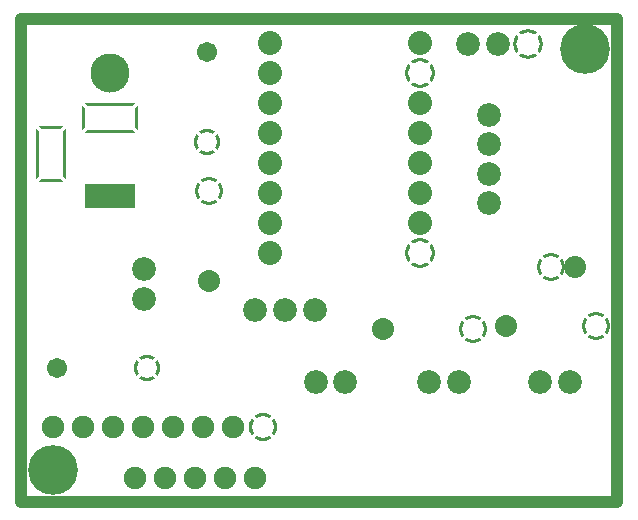
<source format=gbr>
%TF.GenerationSoftware,Altium Limited,Altium Designer,20.1.12 (249)*%
G04 Layer_Physical_Order=2*
G04 Layer_Color=32768*
%FSLAX26Y26*%
%MOIN*%
%TF.SameCoordinates,3330814B-4F48-45CB-92AE-830D8B31506C*%
%TF.FilePolarity,Negative*%
%TF.FileFunction,Copper,L2,Inr,Plane*%
%TF.Part,Single*%
G01*
G75*
%TA.AperFunction,NonConductor*%
%ADD30C,0.040000*%
%TA.AperFunction,ComponentPad*%
%ADD31C,0.079370*%
%TA.AperFunction,WasherPad*%
%ADD32C,0.165984*%
%TA.AperFunction,ComponentPad*%
G04:AMPARAMS|DCode=33|XSize=99.37mil|YSize=99.37mil|CornerRadius=0mil|HoleSize=0mil|Usage=FLASHONLY|Rotation=0.000|XOffset=0mil|YOffset=0mil|HoleType=Round|Shape=Relief|Width=10mil|Gap=10mil|Entries=4|*
%AMTHD33*
7,0,0,0.099370,0.079370,0.010000,45*
%
%ADD33THD33*%
G04:AMPARAMS|DCode=34|XSize=93.465mil|YSize=93.465mil|CornerRadius=0mil|HoleSize=0mil|Usage=FLASHONLY|Rotation=0.000|XOffset=0mil|YOffset=0mil|HoleType=Round|Shape=Relief|Width=10mil|Gap=10mil|Entries=4|*
%AMTHD34*
7,0,0,0.093465,0.073465,0.010000,45*
%
%ADD34THD34*%
%ADD35C,0.073465*%
G04:AMPARAMS|DCode=36|XSize=95.039mil|YSize=95.039mil|CornerRadius=0mil|HoleSize=0mil|Usage=FLASHONLY|Rotation=0.000|XOffset=0mil|YOffset=0mil|HoleType=Round|Shape=Relief|Width=10mil|Gap=10mil|Entries=4|*
%AMTHD36*
7,0,0,0.095039,0.075039,0.010000,45*
%
%ADD36THD36*%
%ADD37C,0.075039*%
%ADD38C,0.073858*%
G04:AMPARAMS|DCode=39|XSize=93.858mil|YSize=93.858mil|CornerRadius=0mil|HoleSize=0mil|Usage=FLASHONLY|Rotation=0.000|XOffset=0mil|YOffset=0mil|HoleType=Round|Shape=Relief|Width=10mil|Gap=10mil|Entries=4|*
%AMTHD39*
7,0,0,0.093858,0.073858,0.010000,45*
%
%ADD39THD39*%
%ADD40C,0.075433*%
%AMTHRECTD41*
4,1,4,0.092992,0.049685,0.092992,-0.049685,-0.092992,-0.049685,-0.092992,0.049685,0.092992,0.049685,0.0*
4,0,4,0.082992,0.039685,0.082992,-0.039685,-0.082992,-0.039685,-0.082992,0.039685,0.082992,0.039685,0.0*
20,0,0.010000,0.043307,0.000000,0.142677,0.099370,0*
20,0,0.010000,-0.043307,0.000000,-0.142677,-0.099370,0*
20,0,0.010000,0.043307,0.000000,0.142677,-0.099370,0*
20,0,0.010000,-0.043307,0.000000,-0.142677,0.099370,0*
%
%ADD41THRECTD41*%

%ADD42R,0.165984X0.079370*%
%AMTHRECTD43*
4,1,4,-0.049685,0.092992,0.049685,0.092992,0.049685,-0.092992,-0.049685,-0.092992,-0.049685,0.092992,0.0*
4,0,4,-0.039685,0.082992,0.039685,0.082992,0.039685,-0.082992,-0.039685,-0.082992,-0.039685,0.082992,0.0*
20,0,0.010000,0.000000,0.043307,-0.099370,0.142677,0*
20,0,0.010000,0.000000,-0.043307,0.099370,-0.142677,0*
20,0,0.010000,0.000000,0.043307,0.099370,0.142677,0*
20,0,0.010000,0.000000,-0.043307,-0.099370,-0.142677,0*
%
%ADD43THRECTD43*%

%ADD44C,0.130551*%
G04:AMPARAMS|DCode=45|XSize=87.559mil|YSize=87.559mil|CornerRadius=0mil|HoleSize=0mil|Usage=FLASHONLY|Rotation=0.000|XOffset=0mil|YOffset=0mil|HoleType=Round|Shape=Relief|Width=10mil|Gap=10mil|Entries=4|*
%AMTHD45*
7,0,0,0.087559,0.067559,0.010000,45*
%
%ADD45THD45*%
%ADD46C,0.067559*%
%ADD47C,0.080157*%
G04:AMPARAMS|DCode=48|XSize=100.157mil|YSize=100.157mil|CornerRadius=0mil|HoleSize=0mil|Usage=FLASHONLY|Rotation=0.000|XOffset=0mil|YOffset=0mil|HoleType=Round|Shape=Relief|Width=10mil|Gap=10mil|Entries=4|*
%AMTHD48*
7,0,0,0.100157,0.080157,0.010000,45*
%
%ADD48THD48*%
D30*
X0Y0D02*
X1985000D01*
Y1610000D01*
X0D02*
X1985000D01*
X0Y0D02*
Y1610000D01*
D31*
X980000Y640000D02*
D03*
X880000D02*
D03*
X780000D02*
D03*
X1590000Y1525000D02*
D03*
X1490000D02*
D03*
X1560000Y1093425D02*
D03*
Y995000D02*
D03*
Y1191850D02*
D03*
Y1290276D02*
D03*
X410000Y675787D02*
D03*
Y774213D02*
D03*
X1080000Y400000D02*
D03*
X981575D02*
D03*
X1459213D02*
D03*
X1360787D02*
D03*
X1829172Y399172D02*
D03*
X1730747D02*
D03*
D32*
X105000Y105000D02*
D03*
X1880000Y1510000D02*
D03*
D33*
X1690000Y1525000D02*
D03*
D34*
X625000Y1035000D02*
D03*
X1505000Y575000D02*
D03*
X1915000Y585000D02*
D03*
D35*
X625000Y735000D02*
D03*
X1205000Y575000D02*
D03*
X1615000Y585000D02*
D03*
D36*
X805000Y250000D02*
D03*
D37*
X705000D02*
D03*
X605000D02*
D03*
X505000D02*
D03*
X405000D02*
D03*
X305000D02*
D03*
X205000D02*
D03*
X105000D02*
D03*
D38*
X1844370Y781654D02*
D03*
D39*
X1765630D02*
D03*
D40*
X780000Y80000D02*
D03*
X680000D02*
D03*
X580000D02*
D03*
X480000D02*
D03*
X380000D02*
D03*
D41*
X295000Y1279842D02*
D03*
D42*
Y1020000D02*
D03*
D43*
X98150Y1159764D02*
D03*
D44*
X295000Y1429449D02*
D03*
D45*
X620000Y1200000D02*
D03*
X420000Y445000D02*
D03*
D46*
X620000Y1500000D02*
D03*
X120000Y445000D02*
D03*
D47*
X1330000Y1530000D02*
D03*
Y1330000D02*
D03*
Y1230000D02*
D03*
Y1130000D02*
D03*
Y1030000D02*
D03*
Y930000D02*
D03*
X830000Y830000D02*
D03*
Y930000D02*
D03*
Y1030000D02*
D03*
Y1130000D02*
D03*
Y1230000D02*
D03*
Y1330000D02*
D03*
Y1430000D02*
D03*
Y1530000D02*
D03*
D48*
X1330000Y1430000D02*
D03*
Y830000D02*
D03*
%TF.MD5,ed897c3c3f468c70dc766e4e4c0f80dd*%
M02*

</source>
